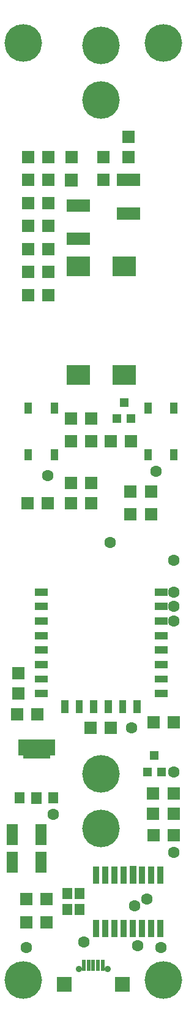
<source format=gbr>
%FSLAX34Y34*%
%MOMM*%
%LNSOLDERMASK_BOTTOM*%
G71*
G01*
%ADD10R, 1.80X1.80*%
%ADD11R, 3.20X1.80*%
%ADD12C, 1.60*%
%ADD13R, 1.40X1.60*%
%ADD14R, 3.70X1.60*%
%ADD15R, 5.20X2.20*%
%ADD16R, 1.58X2.99*%
%ADD17R, 0.90X2.40*%
%ADD18R, 0.60X1.55*%
%ADD19R, 2.00X2.10*%
%ADD20C, 0.90*%
%ADD21C, 5.20*%
%ADD22C, 5.20*%
%ADD23R, 3.20X2.70*%
%ADD24R, 1.00X1.60*%
%ADD25R, 1.30X1.30*%
%LPD*%
X-101935Y814513D02*
G54D10*
D03*
X-101935Y786513D02*
G54D10*
D03*
X-136860Y754760D02*
G54D10*
D03*
G36*
X-171860Y763763D02*
X-189860Y763763D01*
X-189860Y745763D01*
X-171860Y745763D01*
X-171860Y763763D01*
G37*
X-180860Y786513D02*
G54D10*
D03*
X-136860Y786513D02*
G54D10*
D03*
X-101935Y754763D02*
G54D11*
D03*
X-101930Y708660D02*
G54D11*
D03*
X-171335Y719838D02*
G54D11*
D03*
X-171335Y673738D02*
G54D11*
D03*
X-240610Y786513D02*
G54D10*
D03*
X-212610Y786513D02*
G54D10*
D03*
X-240610Y754763D02*
G54D10*
D03*
X-212610Y754763D02*
G54D10*
D03*
X-240610Y723013D02*
G54D10*
D03*
X-212610Y723013D02*
G54D10*
D03*
X-240610Y691263D02*
G54D10*
D03*
X-212610Y691263D02*
G54D10*
D03*
X-240610Y659513D02*
G54D10*
D03*
X-212610Y659513D02*
G54D10*
D03*
X-240610Y627763D02*
G54D10*
D03*
X-212610Y627760D02*
G54D10*
D03*
X-240610Y596013D02*
G54D10*
D03*
X-212610Y596010D02*
G54D10*
D03*
X-126838Y394031D02*
G54D10*
D03*
X-98840Y394030D02*
G54D10*
D03*
X-181825Y394031D02*
G54D10*
D03*
X-153830Y394030D02*
G54D10*
D03*
X-181825Y425781D02*
G54D10*
D03*
X-153830Y425780D02*
G54D10*
D03*
X-181825Y308881D02*
G54D10*
D03*
X-181825Y336881D02*
G54D10*
D03*
X-153825Y308881D02*
G54D10*
D03*
X-153825Y336881D02*
G54D10*
D03*
X-241575Y308881D02*
G54D10*
D03*
X-213575Y308881D02*
G54D10*
D03*
X-63912Y352756D02*
G54D12*
D03*
X-213575Y346981D02*
G54D12*
D03*
G36*
X-231947Y41264D02*
X-213947Y41264D01*
X-213947Y51264D01*
X-231947Y51264D01*
X-231947Y41264D01*
G37*
X-254697Y46264D02*
G54D10*
D03*
X-254697Y74264D02*
G54D10*
D03*
X-39298Y6564D02*
G54D10*
D03*
X-67300Y6560D02*
G54D10*
D03*
X-99041Y293188D02*
G54D10*
D03*
X-71041Y293188D02*
G54D10*
D03*
X-99041Y324938D02*
G54D10*
D03*
X-71041Y324938D02*
G54D10*
D03*
X-39298Y230188D02*
G54D12*
D03*
X-127412Y254330D02*
G54D12*
D03*
X-39298Y186264D02*
G54D12*
D03*
X-39298Y166264D02*
G54D12*
D03*
X-39298Y146264D02*
G54D12*
D03*
X-206297Y-97888D02*
G54D13*
D03*
G36*
X-222296Y-89889D02*
X-236296Y-89888D01*
X-236297Y-105888D01*
X-222297Y-105889D01*
X-222296Y-89889D01*
G37*
X-252300Y-97890D02*
G54D13*
D03*
X-229297Y-35889D02*
G54D14*
D03*
X-229297Y-27951D02*
G54D15*
D03*
X-154506Y-1360D02*
G54D10*
D03*
X-126506Y-1360D02*
G54D10*
D03*
X-97931Y-1360D02*
G54D12*
D03*
X-222946Y-148688D02*
G54D16*
D03*
X-262850Y-148690D02*
G54D16*
D03*
X-39300Y-119860D02*
G54D10*
D03*
X-39298Y-91860D02*
G54D10*
D03*
X-67872Y-119860D02*
G54D10*
D03*
X-67872Y-91860D02*
G54D10*
D03*
X-67476Y-148832D02*
G54D10*
D03*
X-39480Y-148830D02*
G54D10*
D03*
X-39218Y-61660D02*
G54D12*
D03*
X-39300Y-172870D02*
G54D12*
D03*
X-57780Y-277890D02*
G54D17*
D03*
X-70484Y-277890D02*
G54D17*
D03*
X-83184Y-277890D02*
G54D17*
D03*
X-95884Y-277890D02*
G54D17*
D03*
X-108584Y-277890D02*
G54D17*
D03*
X-121284Y-277890D02*
G54D17*
D03*
X-133984Y-277890D02*
G54D17*
D03*
X-146684Y-277890D02*
G54D17*
D03*
X-146684Y-203890D02*
G54D17*
D03*
X-133984Y-203890D02*
G54D17*
D03*
X-121284Y-203890D02*
G54D17*
D03*
X-108584Y-203890D02*
G54D17*
D03*
G36*
X-91383Y-191890D02*
X-100383Y-191890D01*
X-100384Y-215890D01*
X-91384Y-215890D01*
X-91383Y-191890D01*
G37*
X-83184Y-203890D02*
G54D17*
D03*
X-70484Y-203890D02*
G54D17*
D03*
X-57784Y-203890D02*
G54D17*
D03*
X-76788Y-237418D02*
G54D12*
D03*
X-93600Y-246938D02*
G54D12*
D03*
X-186767Y-229976D02*
G54D13*
D03*
X-186767Y-251804D02*
G54D13*
D03*
X-169701Y-229976D02*
G54D13*
D03*
X-169701Y-251804D02*
G54D13*
D03*
X-243800Y-237590D02*
G54D10*
D03*
X-215797Y-237588D02*
G54D10*
D03*
X-137812Y-328612D02*
G54D18*
D03*
X-144312Y-328612D02*
G54D18*
D03*
X-150812Y-328612D02*
G54D18*
D03*
X-157312Y-328612D02*
G54D18*
D03*
X-163810Y-328610D02*
G54D18*
D03*
X-110810Y-355360D02*
G54D19*
D03*
X-190810Y-355360D02*
G54D19*
D03*
X-130810Y-333860D02*
G54D20*
D03*
X-170810Y-333860D02*
G54D20*
D03*
X-89631Y-301707D02*
G54D12*
D03*
X-164161Y-296862D02*
G54D12*
D03*
X-243800Y-304260D02*
G54D12*
D03*
X-206297Y-120114D02*
G54D12*
D03*
X-56990Y-303846D02*
G54D12*
D03*
X-53975Y-348672D02*
G54D21*
D03*
X-247650Y-348672D02*
G54D21*
D03*
X-53975Y943553D02*
G54D21*
D03*
X-247650Y943553D02*
G54D21*
D03*
X-222946Y-186788D02*
G54D16*
D03*
X-262850Y-186790D02*
G54D16*
D03*
X-243800Y-269340D02*
G54D10*
D03*
X-215797Y-269338D02*
G54D10*
D03*
X-140036Y940317D02*
G54D22*
D03*
X-140141Y-139682D02*
G54D22*
D03*
X-140035Y865313D02*
G54D22*
D03*
X-140142Y-64678D02*
G54D22*
D03*
X-171838Y635306D02*
G54D23*
D03*
X-108340Y635310D02*
G54D23*
D03*
X-171838Y486081D02*
G54D23*
D03*
X-108338Y486081D02*
G54D23*
D03*
X-204790Y439740D02*
G54D24*
D03*
X-204790Y375740D02*
G54D24*
D03*
X-240788Y375738D02*
G54D24*
D03*
X-240788Y439738D02*
G54D24*
D03*
X-39291Y439738D02*
G54D24*
D03*
X-39291Y375738D02*
G54D24*
D03*
X-75281Y375738D02*
G54D24*
D03*
X-75281Y439738D02*
G54D24*
D03*
G36*
X-231589Y61264D02*
X-213589Y61264D01*
X-213589Y71264D01*
X-231589Y71264D01*
X-231589Y61264D01*
G37*
G36*
X-231589Y81264D02*
X-213589Y81264D01*
X-213589Y91264D01*
X-231589Y91264D01*
X-231589Y81264D01*
G37*
G36*
X-231589Y101264D02*
X-213589Y101264D01*
X-213589Y111264D01*
X-231589Y111264D01*
X-231589Y101264D01*
G37*
G36*
X-231589Y121264D02*
X-213589Y121264D01*
X-213589Y131264D01*
X-231589Y131264D01*
X-231589Y121264D01*
G37*
G36*
X-231589Y141264D02*
X-213589Y141264D01*
X-213589Y151264D01*
X-231589Y151264D01*
X-231589Y141264D01*
G37*
G36*
X-231589Y161264D02*
X-213589Y161264D01*
X-213589Y171264D01*
X-231589Y171264D01*
X-231589Y161264D01*
G37*
G36*
X-231589Y181264D02*
X-213589Y181264D01*
X-213589Y191264D01*
X-231589Y191264D01*
X-231589Y181264D01*
G37*
G36*
X-65873Y41260D02*
X-47873Y41260D01*
X-47873Y51260D01*
X-65873Y51260D01*
X-65873Y41260D01*
G37*
G36*
X-65874Y61264D02*
X-47874Y61264D01*
X-47874Y71264D01*
X-65874Y71264D01*
X-65874Y61264D01*
G37*
G36*
X-65874Y81264D02*
X-47874Y81264D01*
X-47874Y91264D01*
X-65874Y91264D01*
X-65874Y81264D01*
G37*
G36*
X-65874Y101264D02*
X-47874Y101264D01*
X-47874Y111264D01*
X-65874Y111264D01*
X-65874Y101264D01*
G37*
G36*
X-65874Y121264D02*
X-47874Y121264D01*
X-47874Y131264D01*
X-65874Y131264D01*
X-65874Y121264D01*
G37*
G36*
X-65874Y141264D02*
X-47874Y141264D01*
X-47874Y151264D01*
X-65874Y151264D01*
X-65874Y141264D01*
G37*
G36*
X-65874Y161264D02*
X-47874Y161264D01*
X-47874Y171264D01*
X-65874Y171264D01*
X-65874Y161264D01*
G37*
G36*
X-65874Y181264D02*
X-47874Y181264D01*
X-47874Y191264D01*
X-65874Y191264D01*
X-65874Y181264D01*
G37*
G36*
X-195090Y37130D02*
X-195090Y19130D01*
X-185090Y19130D01*
X-185090Y37130D01*
X-195090Y37130D01*
G37*
G36*
X-175090Y37130D02*
X-175090Y19130D01*
X-165090Y19130D01*
X-165090Y37130D01*
X-175090Y37130D01*
G37*
G36*
X-155090Y37130D02*
X-155090Y19130D01*
X-145090Y19130D01*
X-145090Y37130D01*
X-155090Y37130D01*
G37*
G36*
X-135090Y37130D02*
X-135090Y19130D01*
X-125090Y19130D01*
X-125090Y37130D01*
X-135090Y37130D01*
G37*
G36*
X-115090Y37130D02*
X-115090Y19130D01*
X-105090Y19130D01*
X-105090Y37130D01*
X-115090Y37130D01*
G37*
G36*
X-95090Y37130D02*
X-95090Y19130D01*
X-85090Y19130D01*
X-85090Y37130D01*
X-95090Y37130D01*
G37*
G36*
X-231589Y41264D02*
X-213589Y41264D01*
X-213589Y51264D01*
X-231589Y51264D01*
X-231589Y41264D01*
G37*
X-117838Y425781D02*
G54D25*
D03*
X-98840Y425780D02*
G54D25*
D03*
X-108338Y447981D02*
G54D25*
D03*
X-75681Y-61660D02*
G54D25*
D03*
X-56680Y-61660D02*
G54D25*
D03*
X-66181Y-39460D02*
G54D25*
D03*
X-256390Y17860D02*
G54D10*
D03*
X-228392Y17858D02*
G54D10*
D03*
M02*

</source>
